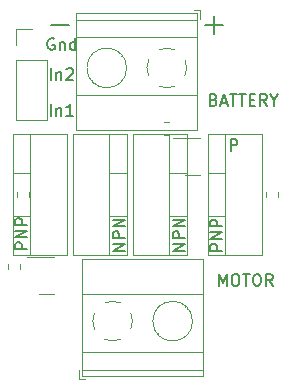
<source format=gbr>
%TF.GenerationSoftware,KiCad,Pcbnew,7.0.9*%
%TF.CreationDate,2023-12-30T10:40:08-05:00*%
%TF.ProjectId,DIY HBridge,44495920-4842-4726-9964-67652e6b6963,rev?*%
%TF.SameCoordinates,Original*%
%TF.FileFunction,Legend,Top*%
%TF.FilePolarity,Positive*%
%FSLAX46Y46*%
G04 Gerber Fmt 4.6, Leading zero omitted, Abs format (unit mm)*
G04 Created by KiCad (PCBNEW 7.0.9) date 2023-12-30 10:40:08*
%MOMM*%
%LPD*%
G01*
G04 APERTURE LIST*
%ADD10C,0.150000*%
%ADD11C,0.200000*%
%ADD12C,0.120000*%
G04 APERTURE END LIST*
D10*
X84410779Y-54733819D02*
X84410779Y-53733819D01*
X84410779Y-53733819D02*
X84791731Y-53733819D01*
X84791731Y-53733819D02*
X84886969Y-53781438D01*
X84886969Y-53781438D02*
X84934588Y-53829057D01*
X84934588Y-53829057D02*
X84982207Y-53924295D01*
X84982207Y-53924295D02*
X84982207Y-54067152D01*
X84982207Y-54067152D02*
X84934588Y-54162390D01*
X84934588Y-54162390D02*
X84886969Y-54210009D01*
X84886969Y-54210009D02*
X84791731Y-54257628D01*
X84791731Y-54257628D02*
X84410779Y-54257628D01*
D11*
X70711231Y-44058066D02*
X69187422Y-44058066D01*
D10*
X82966112Y-50400009D02*
X83108969Y-50447628D01*
X83108969Y-50447628D02*
X83156588Y-50495247D01*
X83156588Y-50495247D02*
X83204207Y-50590485D01*
X83204207Y-50590485D02*
X83204207Y-50733342D01*
X83204207Y-50733342D02*
X83156588Y-50828580D01*
X83156588Y-50828580D02*
X83108969Y-50876200D01*
X83108969Y-50876200D02*
X83013731Y-50923819D01*
X83013731Y-50923819D02*
X82632779Y-50923819D01*
X82632779Y-50923819D02*
X82632779Y-49923819D01*
X82632779Y-49923819D02*
X82966112Y-49923819D01*
X82966112Y-49923819D02*
X83061350Y-49971438D01*
X83061350Y-49971438D02*
X83108969Y-50019057D01*
X83108969Y-50019057D02*
X83156588Y-50114295D01*
X83156588Y-50114295D02*
X83156588Y-50209533D01*
X83156588Y-50209533D02*
X83108969Y-50304771D01*
X83108969Y-50304771D02*
X83061350Y-50352390D01*
X83061350Y-50352390D02*
X82966112Y-50400009D01*
X82966112Y-50400009D02*
X82632779Y-50400009D01*
X83585160Y-50638104D02*
X84061350Y-50638104D01*
X83489922Y-50923819D02*
X83823255Y-49923819D01*
X83823255Y-49923819D02*
X84156588Y-50923819D01*
X84347065Y-49923819D02*
X84918493Y-49923819D01*
X84632779Y-50923819D02*
X84632779Y-49923819D01*
X85108970Y-49923819D02*
X85680398Y-49923819D01*
X85394684Y-50923819D02*
X85394684Y-49923819D01*
X86013732Y-50400009D02*
X86347065Y-50400009D01*
X86489922Y-50923819D02*
X86013732Y-50923819D01*
X86013732Y-50923819D02*
X86013732Y-49923819D01*
X86013732Y-49923819D02*
X86489922Y-49923819D01*
X87489922Y-50923819D02*
X87156589Y-50447628D01*
X86918494Y-50923819D02*
X86918494Y-49923819D01*
X86918494Y-49923819D02*
X87299446Y-49923819D01*
X87299446Y-49923819D02*
X87394684Y-49971438D01*
X87394684Y-49971438D02*
X87442303Y-50019057D01*
X87442303Y-50019057D02*
X87489922Y-50114295D01*
X87489922Y-50114295D02*
X87489922Y-50257152D01*
X87489922Y-50257152D02*
X87442303Y-50352390D01*
X87442303Y-50352390D02*
X87394684Y-50400009D01*
X87394684Y-50400009D02*
X87299446Y-50447628D01*
X87299446Y-50447628D02*
X86918494Y-50447628D01*
X88108970Y-50447628D02*
X88108970Y-50923819D01*
X87775637Y-49923819D02*
X88108970Y-50447628D01*
X88108970Y-50447628D02*
X88442303Y-49923819D01*
X75434819Y-63163220D02*
X74434819Y-63163220D01*
X74434819Y-63163220D02*
X75434819Y-62591792D01*
X75434819Y-62591792D02*
X74434819Y-62591792D01*
X75434819Y-62115601D02*
X74434819Y-62115601D01*
X74434819Y-62115601D02*
X74434819Y-61734649D01*
X74434819Y-61734649D02*
X74482438Y-61639411D01*
X74482438Y-61639411D02*
X74530057Y-61591792D01*
X74530057Y-61591792D02*
X74625295Y-61544173D01*
X74625295Y-61544173D02*
X74768152Y-61544173D01*
X74768152Y-61544173D02*
X74863390Y-61591792D01*
X74863390Y-61591792D02*
X74911009Y-61639411D01*
X74911009Y-61639411D02*
X74958628Y-61734649D01*
X74958628Y-61734649D02*
X74958628Y-62115601D01*
X75434819Y-61115601D02*
X74434819Y-61115601D01*
X74434819Y-61115601D02*
X75434819Y-60544173D01*
X75434819Y-60544173D02*
X74434819Y-60544173D01*
D11*
X82206768Y-44083933D02*
X83730578Y-44083933D01*
X82968673Y-44845838D02*
X82968673Y-43322028D01*
D10*
X69461142Y-45222438D02*
X69365904Y-45174819D01*
X69365904Y-45174819D02*
X69223047Y-45174819D01*
X69223047Y-45174819D02*
X69080190Y-45222438D01*
X69080190Y-45222438D02*
X68984952Y-45317676D01*
X68984952Y-45317676D02*
X68937333Y-45412914D01*
X68937333Y-45412914D02*
X68889714Y-45603390D01*
X68889714Y-45603390D02*
X68889714Y-45746247D01*
X68889714Y-45746247D02*
X68937333Y-45936723D01*
X68937333Y-45936723D02*
X68984952Y-46031961D01*
X68984952Y-46031961D02*
X69080190Y-46127200D01*
X69080190Y-46127200D02*
X69223047Y-46174819D01*
X69223047Y-46174819D02*
X69318285Y-46174819D01*
X69318285Y-46174819D02*
X69461142Y-46127200D01*
X69461142Y-46127200D02*
X69508761Y-46079580D01*
X69508761Y-46079580D02*
X69508761Y-45746247D01*
X69508761Y-45746247D02*
X69318285Y-45746247D01*
X69937333Y-45508152D02*
X69937333Y-46174819D01*
X69937333Y-45603390D02*
X69984952Y-45555771D01*
X69984952Y-45555771D02*
X70080190Y-45508152D01*
X70080190Y-45508152D02*
X70223047Y-45508152D01*
X70223047Y-45508152D02*
X70318285Y-45555771D01*
X70318285Y-45555771D02*
X70365904Y-45651009D01*
X70365904Y-45651009D02*
X70365904Y-46174819D01*
X71270666Y-46174819D02*
X71270666Y-45174819D01*
X71270666Y-46127200D02*
X71175428Y-46174819D01*
X71175428Y-46174819D02*
X70984952Y-46174819D01*
X70984952Y-46174819D02*
X70889714Y-46127200D01*
X70889714Y-46127200D02*
X70842095Y-46079580D01*
X70842095Y-46079580D02*
X70794476Y-45984342D01*
X70794476Y-45984342D02*
X70794476Y-45698628D01*
X70794476Y-45698628D02*
X70842095Y-45603390D01*
X70842095Y-45603390D02*
X70889714Y-45555771D01*
X70889714Y-45555771D02*
X70984952Y-45508152D01*
X70984952Y-45508152D02*
X71175428Y-45508152D01*
X71175428Y-45508152D02*
X71270666Y-45555771D01*
X83689819Y-63163220D02*
X82689819Y-63163220D01*
X82689819Y-63163220D02*
X82689819Y-62782268D01*
X82689819Y-62782268D02*
X82737438Y-62687030D01*
X82737438Y-62687030D02*
X82785057Y-62639411D01*
X82785057Y-62639411D02*
X82880295Y-62591792D01*
X82880295Y-62591792D02*
X83023152Y-62591792D01*
X83023152Y-62591792D02*
X83118390Y-62639411D01*
X83118390Y-62639411D02*
X83166009Y-62687030D01*
X83166009Y-62687030D02*
X83213628Y-62782268D01*
X83213628Y-62782268D02*
X83213628Y-63163220D01*
X83689819Y-62163220D02*
X82689819Y-62163220D01*
X82689819Y-62163220D02*
X83689819Y-61591792D01*
X83689819Y-61591792D02*
X82689819Y-61591792D01*
X83689819Y-61115601D02*
X82689819Y-61115601D01*
X82689819Y-61115601D02*
X82689819Y-60734649D01*
X82689819Y-60734649D02*
X82737438Y-60639411D01*
X82737438Y-60639411D02*
X82785057Y-60591792D01*
X82785057Y-60591792D02*
X82880295Y-60544173D01*
X82880295Y-60544173D02*
X83023152Y-60544173D01*
X83023152Y-60544173D02*
X83118390Y-60591792D01*
X83118390Y-60591792D02*
X83166009Y-60639411D01*
X83166009Y-60639411D02*
X83213628Y-60734649D01*
X83213628Y-60734649D02*
X83213628Y-61115601D01*
X80514819Y-63163220D02*
X79514819Y-63163220D01*
X79514819Y-63163220D02*
X80514819Y-62591792D01*
X80514819Y-62591792D02*
X79514819Y-62591792D01*
X80514819Y-62115601D02*
X79514819Y-62115601D01*
X79514819Y-62115601D02*
X79514819Y-61734649D01*
X79514819Y-61734649D02*
X79562438Y-61639411D01*
X79562438Y-61639411D02*
X79610057Y-61591792D01*
X79610057Y-61591792D02*
X79705295Y-61544173D01*
X79705295Y-61544173D02*
X79848152Y-61544173D01*
X79848152Y-61544173D02*
X79943390Y-61591792D01*
X79943390Y-61591792D02*
X79991009Y-61639411D01*
X79991009Y-61639411D02*
X80038628Y-61734649D01*
X80038628Y-61734649D02*
X80038628Y-62115601D01*
X80514819Y-61115601D02*
X79514819Y-61115601D01*
X79514819Y-61115601D02*
X80514819Y-60544173D01*
X80514819Y-60544173D02*
X79514819Y-60544173D01*
X83394779Y-66163819D02*
X83394779Y-65163819D01*
X83394779Y-65163819D02*
X83728112Y-65878104D01*
X83728112Y-65878104D02*
X84061445Y-65163819D01*
X84061445Y-65163819D02*
X84061445Y-66163819D01*
X84728112Y-65163819D02*
X84918588Y-65163819D01*
X84918588Y-65163819D02*
X85013826Y-65211438D01*
X85013826Y-65211438D02*
X85109064Y-65306676D01*
X85109064Y-65306676D02*
X85156683Y-65497152D01*
X85156683Y-65497152D02*
X85156683Y-65830485D01*
X85156683Y-65830485D02*
X85109064Y-66020961D01*
X85109064Y-66020961D02*
X85013826Y-66116200D01*
X85013826Y-66116200D02*
X84918588Y-66163819D01*
X84918588Y-66163819D02*
X84728112Y-66163819D01*
X84728112Y-66163819D02*
X84632874Y-66116200D01*
X84632874Y-66116200D02*
X84537636Y-66020961D01*
X84537636Y-66020961D02*
X84490017Y-65830485D01*
X84490017Y-65830485D02*
X84490017Y-65497152D01*
X84490017Y-65497152D02*
X84537636Y-65306676D01*
X84537636Y-65306676D02*
X84632874Y-65211438D01*
X84632874Y-65211438D02*
X84728112Y-65163819D01*
X85442398Y-65163819D02*
X86013826Y-65163819D01*
X85728112Y-66163819D02*
X85728112Y-65163819D01*
X86537636Y-65163819D02*
X86728112Y-65163819D01*
X86728112Y-65163819D02*
X86823350Y-65211438D01*
X86823350Y-65211438D02*
X86918588Y-65306676D01*
X86918588Y-65306676D02*
X86966207Y-65497152D01*
X86966207Y-65497152D02*
X86966207Y-65830485D01*
X86966207Y-65830485D02*
X86918588Y-66020961D01*
X86918588Y-66020961D02*
X86823350Y-66116200D01*
X86823350Y-66116200D02*
X86728112Y-66163819D01*
X86728112Y-66163819D02*
X86537636Y-66163819D01*
X86537636Y-66163819D02*
X86442398Y-66116200D01*
X86442398Y-66116200D02*
X86347160Y-66020961D01*
X86347160Y-66020961D02*
X86299541Y-65830485D01*
X86299541Y-65830485D02*
X86299541Y-65497152D01*
X86299541Y-65497152D02*
X86347160Y-65306676D01*
X86347160Y-65306676D02*
X86442398Y-65211438D01*
X86442398Y-65211438D02*
X86537636Y-65163819D01*
X87966207Y-66163819D02*
X87632874Y-65687628D01*
X87394779Y-66163819D02*
X87394779Y-65163819D01*
X87394779Y-65163819D02*
X87775731Y-65163819D01*
X87775731Y-65163819D02*
X87870969Y-65211438D01*
X87870969Y-65211438D02*
X87918588Y-65259057D01*
X87918588Y-65259057D02*
X87966207Y-65354295D01*
X87966207Y-65354295D02*
X87966207Y-65497152D01*
X87966207Y-65497152D02*
X87918588Y-65592390D01*
X87918588Y-65592390D02*
X87870969Y-65640009D01*
X87870969Y-65640009D02*
X87775731Y-65687628D01*
X87775731Y-65687628D02*
X87394779Y-65687628D01*
X69175429Y-48714819D02*
X69175429Y-47714819D01*
X69651619Y-48048152D02*
X69651619Y-48714819D01*
X69651619Y-48143390D02*
X69699238Y-48095771D01*
X69699238Y-48095771D02*
X69794476Y-48048152D01*
X69794476Y-48048152D02*
X69937333Y-48048152D01*
X69937333Y-48048152D02*
X70032571Y-48095771D01*
X70032571Y-48095771D02*
X70080190Y-48191009D01*
X70080190Y-48191009D02*
X70080190Y-48714819D01*
X70508762Y-47810057D02*
X70556381Y-47762438D01*
X70556381Y-47762438D02*
X70651619Y-47714819D01*
X70651619Y-47714819D02*
X70889714Y-47714819D01*
X70889714Y-47714819D02*
X70984952Y-47762438D01*
X70984952Y-47762438D02*
X71032571Y-47810057D01*
X71032571Y-47810057D02*
X71080190Y-47905295D01*
X71080190Y-47905295D02*
X71080190Y-48000533D01*
X71080190Y-48000533D02*
X71032571Y-48143390D01*
X71032571Y-48143390D02*
X70461143Y-48714819D01*
X70461143Y-48714819D02*
X71080190Y-48714819D01*
X67179819Y-63036220D02*
X66179819Y-63036220D01*
X66179819Y-63036220D02*
X66179819Y-62655268D01*
X66179819Y-62655268D02*
X66227438Y-62560030D01*
X66227438Y-62560030D02*
X66275057Y-62512411D01*
X66275057Y-62512411D02*
X66370295Y-62464792D01*
X66370295Y-62464792D02*
X66513152Y-62464792D01*
X66513152Y-62464792D02*
X66608390Y-62512411D01*
X66608390Y-62512411D02*
X66656009Y-62560030D01*
X66656009Y-62560030D02*
X66703628Y-62655268D01*
X66703628Y-62655268D02*
X66703628Y-63036220D01*
X67179819Y-62036220D02*
X66179819Y-62036220D01*
X66179819Y-62036220D02*
X67179819Y-61464792D01*
X67179819Y-61464792D02*
X66179819Y-61464792D01*
X67179819Y-60988601D02*
X66179819Y-60988601D01*
X66179819Y-60988601D02*
X66179819Y-60607649D01*
X66179819Y-60607649D02*
X66227438Y-60512411D01*
X66227438Y-60512411D02*
X66275057Y-60464792D01*
X66275057Y-60464792D02*
X66370295Y-60417173D01*
X66370295Y-60417173D02*
X66513152Y-60417173D01*
X66513152Y-60417173D02*
X66608390Y-60464792D01*
X66608390Y-60464792D02*
X66656009Y-60512411D01*
X66656009Y-60512411D02*
X66703628Y-60607649D01*
X66703628Y-60607649D02*
X66703628Y-60988601D01*
X69175429Y-51762819D02*
X69175429Y-50762819D01*
X69651619Y-51096152D02*
X69651619Y-51762819D01*
X69651619Y-51191390D02*
X69699238Y-51143771D01*
X69699238Y-51143771D02*
X69794476Y-51096152D01*
X69794476Y-51096152D02*
X69937333Y-51096152D01*
X69937333Y-51096152D02*
X70032571Y-51143771D01*
X70032571Y-51143771D02*
X70080190Y-51239009D01*
X70080190Y-51239009D02*
X70080190Y-51762819D01*
X71080190Y-51762819D02*
X70508762Y-51762819D01*
X70794476Y-51762819D02*
X70794476Y-50762819D01*
X70794476Y-50762819D02*
X70699238Y-50905676D01*
X70699238Y-50905676D02*
X70604000Y-51000914D01*
X70604000Y-51000914D02*
X70508762Y-51048533D01*
D12*
%TO.C,Q1*%
X75660000Y-53300000D02*
X71019000Y-53300000D01*
X75660000Y-53300000D02*
X75660000Y-63540000D01*
X74150000Y-53300000D02*
X74150000Y-63540000D01*
X71019000Y-53300000D02*
X71019000Y-63540000D01*
X75660000Y-56570000D02*
X74150000Y-56570000D01*
X75660000Y-60271000D02*
X74150000Y-60271000D01*
X75660000Y-63540000D02*
X71019000Y-63540000D01*
%TO.C,Q5*%
X68834000Y-63718000D02*
X67159000Y-63718000D01*
X68834000Y-63718000D02*
X69484000Y-63718000D01*
X68834000Y-66838000D02*
X68184000Y-66838000D01*
X68834000Y-66838000D02*
X69484000Y-66838000D01*
%TO.C,Q3*%
X65945000Y-63540000D02*
X70586000Y-63540000D01*
X65945000Y-63540000D02*
X65945000Y-53300000D01*
X67455000Y-63540000D02*
X67455000Y-53300000D01*
X70586000Y-63540000D02*
X70586000Y-53300000D01*
X65945000Y-60270000D02*
X67455000Y-60270000D01*
X65945000Y-56569000D02*
X67455000Y-56569000D01*
X65945000Y-53300000D02*
X70586000Y-53300000D01*
%TO.C,R2*%
X88406500Y-58182742D02*
X88406500Y-58657258D01*
X87361500Y-58182742D02*
X87361500Y-58657258D01*
%TO.C,J4*%
X66234000Y-44390000D02*
X67564000Y-44390000D01*
X66234000Y-45720000D02*
X66234000Y-44390000D01*
X66234000Y-46990000D02*
X66234000Y-52130000D01*
X66234000Y-46990000D02*
X68894000Y-46990000D01*
X66234000Y-52130000D02*
X68894000Y-52130000D01*
X68894000Y-46990000D02*
X68894000Y-52130000D01*
%TO.C,R1*%
X67324500Y-58182742D02*
X67324500Y-58657258D01*
X66279500Y-58182742D02*
X66279500Y-58657258D01*
%TO.C,Q2*%
X80740000Y-53300000D02*
X76099000Y-53300000D01*
X80740000Y-53300000D02*
X80740000Y-63540000D01*
X79230000Y-53300000D02*
X79230000Y-63540000D01*
X76099000Y-53300000D02*
X76099000Y-63540000D01*
X80740000Y-56570000D02*
X79230000Y-56570000D01*
X80740000Y-60271000D02*
X79230000Y-60271000D01*
X80740000Y-63540000D02*
X76099000Y-63540000D01*
%TO.C,R4*%
X66562500Y-64278742D02*
X66562500Y-64753258D01*
X65517500Y-64278742D02*
X65517500Y-64753258D01*
%TO.C,Q4*%
X82455000Y-63540000D02*
X87096000Y-63540000D01*
X82455000Y-63540000D02*
X82455000Y-53300000D01*
X83965000Y-63540000D02*
X83965000Y-53300000D01*
X87096000Y-63540000D02*
X87096000Y-53300000D01*
X82455000Y-60270000D02*
X83965000Y-60270000D01*
X82455000Y-56569000D02*
X83965000Y-56569000D01*
X82455000Y-53300000D02*
X87096000Y-53300000D01*
%TO.C,J1*%
X81839000Y-43541000D02*
X81839000Y-42801000D01*
X81839000Y-42801000D02*
X81339000Y-42801000D01*
X81599000Y-52962000D02*
X81599000Y-43041000D01*
X81599000Y-52962000D02*
X71319000Y-52962000D01*
X81599000Y-50002000D02*
X71319000Y-50002000D01*
X81599000Y-45101000D02*
X71319000Y-45101000D01*
X81599000Y-43601000D02*
X71319000Y-43601000D01*
X81599000Y-43041000D02*
X71319000Y-43041000D01*
X75146000Y-46678000D02*
X75193000Y-46632000D01*
X74953000Y-46462000D02*
X74988000Y-46427000D01*
X72849000Y-48976000D02*
X72884000Y-48940000D01*
X72644000Y-48770000D02*
X72691000Y-48724000D01*
X71319000Y-52962000D02*
X71319000Y-43041000D01*
X80533999Y-48384999D02*
G75*
G03*
X80534426Y-47017958I-1534992J684000D01*
G01*
X78315001Y-49235999D02*
G75*
G03*
X79682042Y-49236426I684000J1534992D01*
G01*
X79683000Y-46166001D02*
G75*
G03*
X78970195Y-46020748I-683999J-1535000D01*
G01*
X78999000Y-46021001D02*
G75*
G03*
X78315682Y-46166245I0J-1679999D01*
G01*
X77464000Y-47017000D02*
G75*
G03*
X77463574Y-48384042I1535000J-684000D01*
G01*
X75599000Y-47701000D02*
G75*
G03*
X75599000Y-47701000I-1680000J0D01*
G01*
%TO.C,R3*%
X79231258Y-53354500D02*
X78756742Y-53354500D01*
X79231258Y-52309500D02*
X78756742Y-52309500D01*
%TO.C,Q6*%
X81201500Y-53624000D02*
X79526500Y-53624000D01*
X81201500Y-53624000D02*
X81851500Y-53624000D01*
X81201500Y-56744000D02*
X80551500Y-56744000D01*
X81201500Y-56744000D02*
X81851500Y-56744000D01*
%TO.C,J2*%
X71577000Y-73299000D02*
X71577000Y-74039000D01*
X71577000Y-74039000D02*
X72077000Y-74039000D01*
X71817000Y-63878000D02*
X71817000Y-73799000D01*
X71817000Y-63878000D02*
X82097000Y-63878000D01*
X71817000Y-66838000D02*
X82097000Y-66838000D01*
X71817000Y-71739000D02*
X82097000Y-71739000D01*
X71817000Y-73239000D02*
X82097000Y-73239000D01*
X71817000Y-73799000D02*
X82097000Y-73799000D01*
X78270000Y-70162000D02*
X78223000Y-70208000D01*
X78463000Y-70378000D02*
X78428000Y-70413000D01*
X80567000Y-67864000D02*
X80532000Y-67900000D01*
X80772000Y-68070000D02*
X80725000Y-68116000D01*
X82097000Y-63878000D02*
X82097000Y-73799000D01*
X72882001Y-68455001D02*
G75*
G03*
X72881574Y-69822042I1534992J-684000D01*
G01*
X75100999Y-67604001D02*
G75*
G03*
X73733958Y-67603574I-684000J-1534992D01*
G01*
X73733000Y-70673999D02*
G75*
G03*
X74445805Y-70819252I683999J1535000D01*
G01*
X74417000Y-70818999D02*
G75*
G03*
X75100318Y-70673755I0J1679999D01*
G01*
X75952000Y-69823000D02*
G75*
G03*
X75952426Y-68455958I-1535000J684000D01*
G01*
X81177000Y-69139000D02*
G75*
G03*
X81177000Y-69139000I-1680000J0D01*
G01*
%TD*%
M02*

</source>
